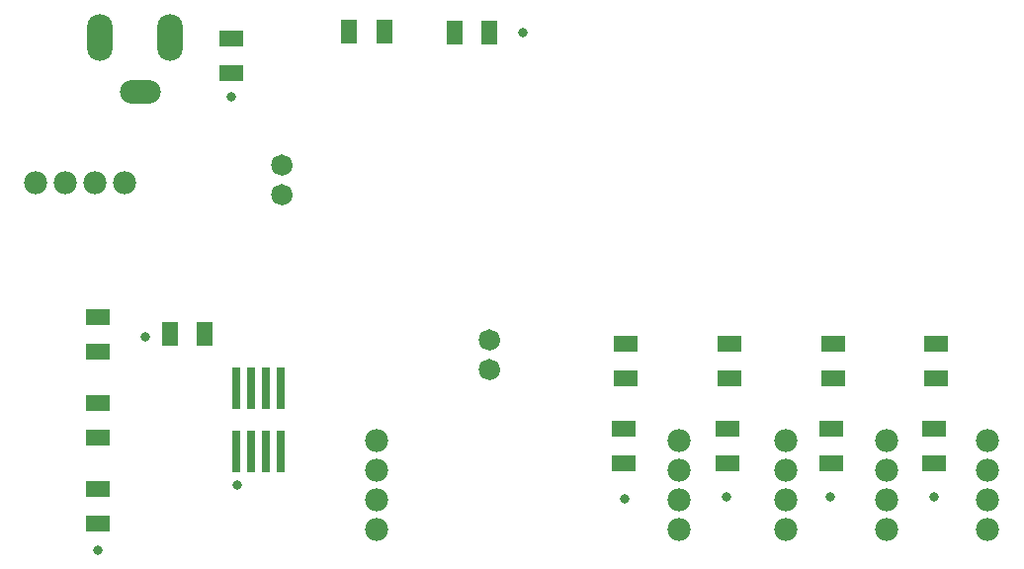
<source format=gts>
G04*
G04 #@! TF.GenerationSoftware,Altium Limited,Altium Designer,24.1.2 (44)*
G04*
G04 Layer_Color=8388736*
%FSLAX44Y44*%
%MOMM*%
G71*
G04*
G04 #@! TF.SameCoordinates,18497732-E450-413E-AE6D-1912215BE0D1*
G04*
G04*
G04 #@! TF.FilePolarity,Negative*
G04*
G01*
G75*
%ADD22C,0.0000*%
%ADD23R,1.3208X2.0066*%
%ADD24R,2.0066X1.3208*%
%ADD25R,0.8032X3.6032*%
%ADD26O,3.5032X2.0032*%
%ADD27O,2.2032X4.0032*%
%ADD28C,1.8232*%
%ADD29C,1.9812*%
%ADD30C,0.8382*%
D22*
X247371Y320040D02*
G03*
X247371Y320040I-8611J0D01*
G01*
Y345440D02*
G03*
X247371Y345440I-8611J0D01*
G01*
X425171Y170180D02*
G03*
X425171Y170180I-8611J0D01*
G01*
Y195580D02*
G03*
X425171Y195580I-8611J0D01*
G01*
D23*
X416306Y458800D02*
D03*
X386334D02*
D03*
X172466Y200660D02*
D03*
X142494D02*
D03*
X296164Y459740D02*
D03*
X326136D02*
D03*
D24*
X81280Y38354D02*
D03*
Y68326D02*
D03*
Y185420D02*
D03*
Y215392D02*
D03*
X195580Y454406D02*
D03*
Y424434D02*
D03*
X81280Y112014D02*
D03*
Y141986D02*
D03*
X797560Y89789D02*
D03*
Y119761D02*
D03*
X708973Y89789D02*
D03*
Y119761D02*
D03*
X620387Y89789D02*
D03*
Y119761D02*
D03*
X531800Y89789D02*
D03*
Y119761D02*
D03*
X533400Y192786D02*
D03*
Y162814D02*
D03*
X621987Y192786D02*
D03*
Y162814D02*
D03*
X799160D02*
D03*
Y192786D02*
D03*
X710573Y162814D02*
D03*
Y192786D02*
D03*
D25*
X199390Y100000D02*
D03*
X212090D02*
D03*
X224790D02*
D03*
X237490D02*
D03*
Y154000D02*
D03*
X224790D02*
D03*
X212090D02*
D03*
X199390D02*
D03*
D26*
X117494Y408758D02*
D03*
D27*
X82494Y455258D02*
D03*
X142494D02*
D03*
D28*
X238760Y320040D02*
D03*
Y345440D02*
D03*
X416560Y170180D02*
D03*
Y195580D02*
D03*
D29*
X320040Y58420D02*
D03*
Y33020D02*
D03*
Y109220D02*
D03*
Y83820D02*
D03*
X53340Y330200D02*
D03*
X27940D02*
D03*
X104140D02*
D03*
X78740D02*
D03*
X579120Y58420D02*
D03*
Y33020D02*
D03*
Y109220D02*
D03*
Y83820D02*
D03*
X670560Y58420D02*
D03*
Y33020D02*
D03*
Y109220D02*
D03*
Y83820D02*
D03*
X756920Y58420D02*
D03*
Y33020D02*
D03*
Y109220D02*
D03*
Y83820D02*
D03*
X843280Y58420D02*
D03*
Y33020D02*
D03*
Y109220D02*
D03*
Y83820D02*
D03*
D30*
X195580Y403860D02*
D03*
X81280Y15240D02*
D03*
X121920Y198120D02*
D03*
X444794Y458800D02*
D03*
X200660Y71120D02*
D03*
X797560Y60960D02*
D03*
X708660D02*
D03*
X619760D02*
D03*
X532130Y59690D02*
D03*
M02*

</source>
